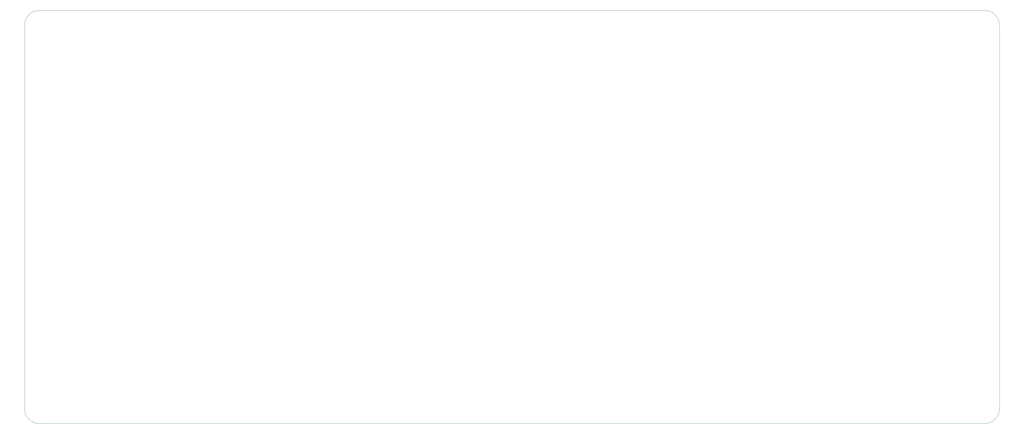
<source format=gm1>
G04 #@! TF.GenerationSoftware,KiCad,Pcbnew,7.0.5*
G04 #@! TF.CreationDate,2024-08-24T17:49:56+10:00*
G04 #@! TF.ProjectId,keyboard,6b657962-6f61-4726-942e-6b696361645f,rev?*
G04 #@! TF.SameCoordinates,Original*
G04 #@! TF.FileFunction,Profile,NP*
%FSLAX46Y46*%
G04 Gerber Fmt 4.6, Leading zero omitted, Abs format (unit mm)*
G04 Created by KiCad (PCBNEW 7.0.5) date 2024-08-24 17:49:56*
%MOMM*%
%LPD*%
G01*
G04 APERTURE LIST*
G04 #@! TA.AperFunction,Profile*
%ADD10C,0.100000*%
G04 #@! TD*
G04 APERTURE END LIST*
D10*
X375000000Y-197000000D02*
G75*
G03*
X380000000Y-192000000I0J5000000D01*
G01*
X50000000Y-62000000D02*
X50000000Y-192000000D01*
X380000000Y-192000000D02*
X380000000Y-62000000D01*
X375000000Y-57000000D02*
X55000000Y-57000000D01*
X55000000Y-197000000D02*
X375000000Y-197000000D01*
X380000000Y-62000000D02*
G75*
G03*
X375000000Y-57000000I-5000000J0D01*
G01*
X55000000Y-57000000D02*
G75*
G03*
X50000000Y-62000000I0J-5000000D01*
G01*
X50000000Y-192000000D02*
G75*
G03*
X55000000Y-197000000I5000000J0D01*
G01*
M02*

</source>
